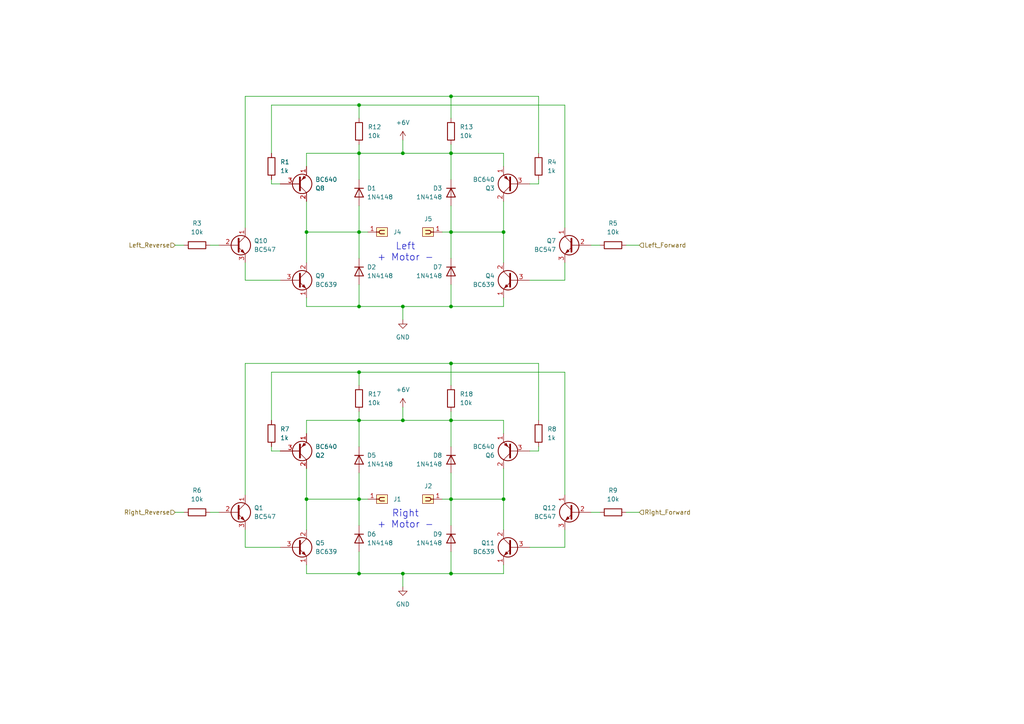
<source format=kicad_sch>
(kicad_sch (version 20231120) (generator "eeschema") (generator_version "8.0")
  (paper "A4")
  (title_block (date "2025-04-05"))
  (lib_symbols
    (symbol "Device:R" (pin_numbers hide) (pin_names (offset 0))
      (property "Reference" "R" (at 2.032 0 90))
      (property "Value" "R" (at 0 0 90))
      (symbol "R_0_1"
        (rectangle (start -1.016 -2.54) (end 1.016 2.54) (stroke (width 0.254)))
      )
      (symbol "R_1_1"
        (pin passive line (at 0 3.81 270) (length 1.27) (name "~") (number "1"))
        (pin passive line (at 0 -3.81 90) (length 1.27) (name "~") (number "2"))
      )
    )
    (symbol "Diode:1N4148" (pin_numbers hide) (pin_names hide)
      (property "Reference" "D" (at 0 2.54 0))
      (property "Value" "1N4148" (at 0 -2.54 0))
      (symbol "1N4148_0_1"
        (polyline (pts (xy -1.27 1.27) (xy -1.27 -1.27)) (stroke (width 0.254)))
        (polyline (pts (xy 1.27 0) (xy -1.27 0)))
        (polyline (pts (xy 1.27 1.27) (xy 1.27 -1.27) (xy -1.27 0) (xy 1.27 1.27)) (stroke (width 0.254)))
      )
      (symbol "1N4148_1_1"
        (pin passive line (at -3.81 0 0) (length 2.54) (name "K") (number "1"))
        (pin passive line (at 3.81 0 180) (length 2.54) (name "A") (number "2"))
      )
    )
    (symbol "PCM_SL_Pin_Headers:PINHD_1x1_Female"
      (property "Reference" "J" (at 0 6.35 0))
      (property "Value" "PINHD_1x1_Female" (at 0 3.81 0))
      (symbol "PINHD_1x1_Female_0_1"
        (rectangle (start -1.27 1.27) (end 1.905 -1.27) (fill (type background)))
        (arc (start -0.508 0) (mid -0.3592 -0.3592) (end 0 -0.508) (stroke (width 0.25)))
        (polyline (pts (xy -1.27 0) (xy -0.508 0)) (stroke (width 0.25)))
        (polyline (pts (xy 0 -0.508) (xy 1.016 -0.508)) (stroke (width 0.25)))
        (polyline (pts (xy 0 0.508) (xy 1.016 0.508)) (stroke (width 0.25)))
        (arc (start 0 0.508) (mid -0.3592 0.3592) (end -0.508 0) (stroke (width 0.25)))
      )
      (symbol "PINHD_1x1_Female_1_1"
        (pin passive line (at -3.81 0 0) (length 2.54) (name "") (number "1"))
      )
    )
    (symbol "Rob:BC639" (pin_names (offset 0) hide)
      (property "Reference" "Q" (at 5.08 1.905 0))
      (property "Value" "BC639" (at 5.08 0 0))
      (symbol "BC639_0_1"
        (polyline (pts (xy 0 0) (xy 0.635 0)))
        (polyline (pts (xy 0.635 0.635) (xy 2.54 2.54)))
        (polyline (pts (xy 0.635 -0.635) (xy 2.54 -2.54) (xy 2.54 -2.54)))
        (polyline (pts (xy 0.635 1.905) (xy 0.635 -1.905) (xy 0.635 -1.905)) (stroke (width 0.508)))
        (polyline (pts (xy 1.27 -1.778) (xy 1.778 -1.27) (xy 2.286 -2.286) (xy 1.27 -1.778) (xy 1.27 -1.778)) (fill (type outline)))
        (circle (center 1.27 0) (radius 2.8194) (stroke (width 0.254)))
      )
      (symbol "BC639_1_1"
        (pin passive line (at 2.54 -5.08 90) (length 2.54) (name "E") (number "1"))
        (pin passive line (at 2.54 5.08 270) (length 2.54) (name "C") (number "2"))
        (pin input line (at -5.08 0 0) (length 5.08) (name "B") (number "3"))
      )
    )
    (symbol "Rob:BC640" (pin_names (offset 0) hide)
      (property "Reference" "Q" (at 5.08 1.905 0))
      (property "Value" "BC640" (at 5.08 0 0))
      (symbol "BC640_0_1"
        (polyline (pts (xy 0.635 0.635) (xy 2.54 2.54)))
        (polyline (pts (xy 0.635 -0.635) (xy 2.54 -2.54) (xy 2.54 -2.54)))
        (polyline (pts (xy 0.635 1.905) (xy 0.635 -1.905) (xy 0.635 -1.905)) (stroke (width 0.508)))
        (polyline (pts (xy 2.286 -1.778) (xy 1.778 -2.286) (xy 1.27 -1.27) (xy 2.286 -1.778) (xy 2.286 -1.778)) (fill (type outline)))
        (circle (center 1.27 0) (radius 2.8194) (stroke (width 0.254)))
      )
      (symbol "BC640_1_1"
        (pin passive line (at 2.54 -5.08 90) (length 2.54) (name "E") (number "1"))
        (pin passive line (at 2.54 5.08 270) (length 2.54) (name "C") (number "2"))
        (pin input line (at -5.08 0 0) (length 5.715) (name "B") (number "3"))
      )
    )
    (symbol "Transistor_BJT:BC547" (pin_names (offset 0) hide)
      (property "Reference" "Q" (at 5.08 1.905 0))
      (property "Value" "BC547" (at 5.08 0 0))
      (symbol "BC547_0_1"
        (polyline (pts (xy 0 0) (xy 0.635 0)))
        (polyline (pts (xy 0.635 0.635) (xy 2.54 2.54)))
        (polyline (pts (xy 0.635 -0.635) (xy 2.54 -2.54) (xy 2.54 -2.54)))
        (polyline (pts (xy 0.635 1.905) (xy 0.635 -1.905) (xy 0.635 -1.905)) (stroke (width 0.508)))
        (polyline (pts (xy 1.27 -1.778) (xy 1.778 -1.27) (xy 2.286 -2.286) (xy 1.27 -1.778) (xy 1.27 -1.778)) (fill (type outline)))
        (circle (center 1.27 0) (radius 2.8194) (stroke (width 0.254)))
      )
      (symbol "BC547_1_1"
        (pin passive line (at 2.54 5.08 270) (length 2.54) (name "C") (number "1"))
        (pin input line (at -5.08 0 0) (length 5.08) (name "B") (number "2"))
        (pin passive line (at 2.54 -5.08 90) (length 2.54) (name "E") (number "3"))
      )
    )
    (symbol "power:+5V" (power) (pin_numbers hide) (pin_names (offset 0) hide)
      (property "Value" "+5V" (at 0 3.556 0))
      (symbol "+5V_0_1"
        (polyline (pts (xy -0.762 1.27) (xy 0 2.54)))
        (polyline (pts (xy 0 0) (xy 0 2.54)))
        (polyline (pts (xy 0 2.54) (xy 0.762 1.27)))
      )
      (symbol "+5V_1_1"
        (pin power_in line (at 0 0 90) (length 0) (name "~") (number "1"))
      )
    )
    (symbol "power:GND" (power) (pin_numbers hide) (pin_names (offset 0) hide)
      (property "Value" "GND" (at 0 -3.81 0))
      (symbol "GND_0_1"
        (polyline (pts (xy 0 0) (xy 0 -1.27) (xy 1.27 -1.27) (xy 0 -2.54) (xy -1.27 -1.27) (xy 0 -1.27)))
      )
      (symbol "GND_1_1"
        (pin power_in line (at 0 0 270) (length 0) (name "~") (number "1"))
      )
    )
  )
  (junction (at 104.14 166.37))
  (junction (at 104.14 144.78))
  (junction (at 88.9 67.31))
  (junction (at 104.14 67.31))
  (junction (at 104.14 44.45))
  (junction (at 88.9 144.78))
  (junction (at 104.14 30.48))
  (junction (at 130.81 121.92))
  (junction (at 130.81 27.94))
  (junction (at 104.14 107.95))
  (junction (at 116.84 44.45))
  (junction (at 130.81 88.9))
  (junction (at 130.81 44.45))
  (junction (at 116.84 166.37))
  (junction (at 104.14 88.9))
  (junction (at 130.81 67.31))
  (junction (at 130.81 144.78))
  (junction (at 146.05 67.31))
  (junction (at 146.05 144.78))
  (junction (at 104.14 121.92))
  (junction (at 130.81 105.41))
  (junction (at 116.84 121.92))
  (junction (at 130.81 166.37))
  (junction (at 116.84 88.9))
  (wire (pts (xy 163.83 76.2) (xy 163.83 81.28)))
  (wire (pts (xy 88.9 88.9) (xy 104.14 88.9)))
  (wire (pts (xy 104.14 67.31) (xy 104.14 74.93)))
  (wire (pts (xy 71.12 158.75) (xy 81.28 158.75)))
  (wire (pts (xy 88.9 48.26) (xy 88.9 44.45)))
  (wire (pts (xy 104.14 137.16) (xy 104.14 144.78)))
  (wire (pts (xy 130.81 67.31) (xy 128.27 67.31)))
  (wire (pts (xy 88.9 67.31) (xy 88.9 76.2)))
  (wire (pts (xy 130.81 160.02) (xy 130.81 166.37)))
  (wire (pts (xy 71.12 158.75) (xy 71.12 153.67)))
  (wire (pts (xy 116.84 166.37) (xy 116.84 170.18)))
  (wire (pts (xy 163.83 153.67) (xy 163.83 158.75)))
  (wire (pts (xy 71.12 81.28) (xy 71.12 76.2)))
  (wire (pts (xy 81.28 130.81) (xy 78.74 130.81)))
  (wire (pts (xy 130.81 82.55) (xy 130.81 88.9)))
  (wire (pts (xy 163.83 143.51) (xy 163.83 107.95)))
  (wire (pts (xy 71.12 81.28) (xy 81.28 81.28)))
  (wire (pts (xy 88.9 121.92) (xy 104.14 121.92)))
  (wire (pts (xy 104.14 82.55) (xy 104.14 88.9)))
  (wire (pts (xy 50.8 148.59) (xy 53.34 148.59)))
  (wire (pts (xy 104.14 144.78) (xy 104.14 152.4)))
  (wire (pts (xy 130.81 41.91) (xy 130.81 44.45)))
  (wire (pts (xy 171.45 71.12) (xy 173.99 71.12)))
  (wire (pts (xy 104.14 41.91) (xy 104.14 44.45)))
  (wire (pts (xy 104.14 67.31) (xy 106.68 67.31)))
  (wire (pts (xy 130.81 27.94) (xy 156.21 27.94)))
  (wire (pts (xy 130.81 44.45) (xy 146.05 44.45)))
  (wire (pts (xy 81.28 53.34) (xy 78.74 53.34)))
  (wire (pts (xy 146.05 58.42) (xy 146.05 67.31)))
  (wire (pts (xy 88.9 144.78) (xy 88.9 153.67)))
  (wire (pts (xy 104.14 121.92) (xy 116.84 121.92)))
  (wire (pts (xy 116.84 121.92) (xy 130.81 121.92)))
  (wire (pts (xy 78.74 30.48) (xy 78.74 44.45)))
  (wire (pts (xy 104.14 30.48) (xy 78.74 30.48)))
  (wire (pts (xy 116.84 118.11) (xy 116.84 121.92)))
  (wire (pts (xy 130.81 88.9) (xy 146.05 88.9)))
  (wire (pts (xy 104.14 121.92) (xy 104.14 129.54)))
  (wire (pts (xy 130.81 121.92) (xy 146.05 121.92)))
  (wire (pts (xy 130.81 59.69) (xy 130.81 67.31)))
  (wire (pts (xy 104.14 44.45) (xy 104.14 52.07)))
  (wire (pts (xy 78.74 107.95) (xy 78.74 121.92)))
  (wire (pts (xy 104.14 107.95) (xy 78.74 107.95)))
  (wire (pts (xy 146.05 144.78) (xy 130.81 144.78)))
  (wire (pts (xy 88.9 58.42) (xy 88.9 67.31)))
  (wire (pts (xy 116.84 88.9) (xy 116.84 92.71)))
  (wire (pts (xy 104.14 44.45) (xy 116.84 44.45)))
  (wire (pts (xy 130.81 67.31) (xy 130.81 74.93)))
  (wire (pts (xy 163.83 81.28) (xy 153.67 81.28)))
  (wire (pts (xy 60.96 148.59) (xy 63.5 148.59)))
  (wire (pts (xy 104.14 88.9) (xy 116.84 88.9)))
  (wire (pts (xy 71.12 143.51) (xy 71.12 105.41)))
  (wire (pts (xy 163.83 66.04) (xy 163.83 30.48)))
  (wire (pts (xy 163.83 158.75) (xy 153.67 158.75)))
  (wire (pts (xy 78.74 130.81) (xy 78.74 129.54)))
  (wire (pts (xy 88.9 163.83) (xy 88.9 166.37)))
  (wire (pts (xy 71.12 27.94) (xy 130.81 27.94)))
  (wire (pts (xy 146.05 67.31) (xy 146.05 76.2)))
  (wire (pts (xy 171.45 148.59) (xy 173.99 148.59)))
  (wire (pts (xy 50.8 71.12) (xy 53.34 71.12)))
  (wire (pts (xy 104.14 166.37) (xy 116.84 166.37)))
  (wire (pts (xy 163.83 107.95) (xy 104.14 107.95)))
  (wire (pts (xy 104.14 107.95) (xy 104.14 111.76)))
  (wire (pts (xy 116.84 40.64) (xy 116.84 44.45)))
  (wire (pts (xy 130.81 27.94) (xy 130.81 34.29)))
  (wire (pts (xy 88.9 125.73) (xy 88.9 121.92)))
  (wire (pts (xy 104.14 119.38) (xy 104.14 121.92)))
  (wire (pts (xy 146.05 135.89) (xy 146.05 144.78)))
  (wire (pts (xy 153.67 130.81) (xy 156.21 130.81)))
  (wire (pts (xy 88.9 86.36) (xy 88.9 88.9)))
  (wire (pts (xy 146.05 86.36) (xy 146.05 88.9)))
  (wire (pts (xy 71.12 105.41) (xy 130.81 105.41)))
  (wire (pts (xy 130.81 105.41) (xy 130.81 111.76)))
  (wire (pts (xy 146.05 67.31) (xy 130.81 67.31)))
  (wire (pts (xy 116.84 44.45) (xy 130.81 44.45)))
  (wire (pts (xy 104.14 30.48) (xy 104.14 34.29)))
  (wire (pts (xy 130.81 137.16) (xy 130.81 144.78)))
  (wire (pts (xy 104.14 160.02) (xy 104.14 166.37)))
  (wire (pts (xy 71.12 66.04) (xy 71.12 27.94)))
  (wire (pts (xy 116.84 166.37) (xy 130.81 166.37)))
  (wire (pts (xy 156.21 130.81) (xy 156.21 129.54)))
  (wire (pts (xy 60.96 71.12) (xy 63.5 71.12)))
  (wire (pts (xy 146.05 144.78) (xy 146.05 153.67)))
  (wire (pts (xy 130.81 144.78) (xy 130.81 152.4)))
  (wire (pts (xy 146.05 44.45) (xy 146.05 48.26)))
  (wire (pts (xy 130.81 144.78) (xy 128.27 144.78)))
  (wire (pts (xy 181.61 148.59) (xy 185.42 148.59)))
  (wire (pts (xy 163.83 30.48) (xy 104.14 30.48)))
  (wire (pts (xy 104.14 59.69) (xy 104.14 67.31)))
  (wire (pts (xy 153.67 53.34) (xy 156.21 53.34)))
  (wire (pts (xy 88.9 166.37) (xy 104.14 166.37)))
  (wire (pts (xy 88.9 144.78) (xy 104.14 144.78)))
  (wire (pts (xy 181.61 71.12) (xy 185.42 71.12)))
  (wire (pts (xy 146.05 163.83) (xy 146.05 166.37)))
  (wire (pts (xy 130.81 52.07) (xy 130.81 44.45)))
  (wire (pts (xy 88.9 44.45) (xy 104.14 44.45)))
  (wire (pts (xy 104.14 144.78) (xy 106.68 144.78)))
  (wire (pts (xy 88.9 135.89) (xy 88.9 144.78)))
  (wire (pts (xy 116.84 88.9) (xy 130.81 88.9)))
  (wire (pts (xy 78.74 53.34) (xy 78.74 52.07)))
  (wire (pts (xy 130.81 119.38) (xy 130.81 121.92)))
  (wire (pts (xy 156.21 105.41) (xy 156.21 121.92)))
  (wire (pts (xy 88.9 67.31) (xy 104.14 67.31)))
  (wire (pts (xy 130.81 166.37) (xy 146.05 166.37)))
  (wire (pts (xy 156.21 27.94) (xy 156.21 44.45)))
  (wire (pts (xy 146.05 121.92) (xy 146.05 125.73)))
  (wire (pts (xy 130.81 129.54) (xy 130.81 121.92)))
  (wire (pts (xy 156.21 53.34) (xy 156.21 52.07)))
  (wire (pts (xy 130.81 105.41) (xy 156.21 105.41)))
  (text "Left\n+ Motor -" (at 117.602 73.152 0) (effects (font (size 2 2))))
  (text "Right\n+ Motor -" (at 117.602 150.622 0) (effects (font (size 2 2))))
  (hierarchical_label "Left_Forward" (shape input) (at 185.42 71.12 0))
  (hierarchical_label "Right_Forward" (shape input) (at 185.42 148.59 0))
  (hierarchical_label "Left_Reverse" (shape input) (at 50.8 71.12 180))
  (hierarchical_label "Right_Reverse" (shape input) (at 50.8 148.59 180))
  (symbol (lib_id "Rob:BC640") (at 148.59 130.81 180) (unit 1)
    (property "Reference" "Q6" (at 143.51 132.0801 0) (effects (justify left)))
    (property "Value" "BC640" (at 143.51 129.5401 0) (effects (justify left)))
    (property "Footprint" "Package_TO_SOT_THT:TO-92_Inline" (effects (hide yes)))
    (property "Datasheet" "https://www.onsemi.com/pub/Collateral/BC556BTA-D.pdf" (effects (hide yes)))
    (property "Description" "1A Ic, 45V Vce, PNP Switching Transistor, TO-92" (effects (hide yes)))
  )
  (symbol (lib_id "Device:R") (at 78.74 48.26 180) (unit 1)
    (property "Reference" "R1" (at 81.28 46.9899 0) (effects (justify right)))
    (property "Value" "1k" (at 81.28 49.5299 0) (effects (justify right)))
    (property "Description" "Resistor" (effects (hide yes)))
  )
  (symbol (lib_id "power:+5V") (at 116.84 118.11 0) (unit 1)
    (property "Reference" "#PWR05" (effects (hide yes)))
    (property "Value" "+6V" (at 116.84 113.03 0))
    (property "Description" "Power symbol creates a global label with name \"+5V\"" (effects (hide yes)))
  )
  (symbol (lib_id "PCM_SL_Pin_Headers:PINHD_1x1_Female") (at 124.46 67.31 0) (mirror y) (unit 1)
    (property "Reference" "J5" (at 124.205 63.5 0))
    (property "Value" "PINHD_1x1_Female" (effects (hide yes)))
    (property "Footprint" "Connector_PinSocket_2.54mm:PinSocket_1x01_P2.54mm_Vertical" (effects (hide yes)))
    (property "Description" "Pin Header female with pin space 2.54mm. Pin Count -1" (effects (hide yes)))
  )
  (symbol (lib_id "PCM_SL_Pin_Headers:PINHD_1x1_Female") (at 124.46 144.78 0) (mirror y) (unit 1)
    (property "Reference" "J2" (at 124.205 140.97 0))
    (property "Value" "PINHD_1x1_Female" (effects (hide yes)))
    (property "Footprint" "Connector_PinSocket_2.54mm:PinSocket_1x01_P2.54mm_Vertical" (effects (hide yes)))
    (property "Description" "Pin Header female with pin space 2.54mm. Pin Count -1" (effects (hide yes)))
  )
  (symbol (lib_id "Diode:1N4148") (at 130.81 78.74 90) (mirror x) (unit 1)
    (property "Reference" "D7" (at 128.27 77.4699 90) (effects (justify left)))
    (property "Value" "1N4148" (at 128.27 80.0099 90) (effects (justify left)))
    (property "Footprint" "Diode_THT:D_DO-35_SOD27_P7.62mm_Horizontal" (effects (hide yes)))
    (property "Datasheet" "https://assets.nexperia.com/documents/data-sheet/1N4148_1N4448.pdf" (effects (hide yes)))
    (property "Description" "100V 0.15A standard switching diode, DO-35" (effects (hide yes)))
    (property "Sim.Device" "D" (effects (hide yes)))
    (property "Sim.Pins" "1=K 2=A" (effects (hide yes)))
  )
  (symbol (lib_id "Transistor_BJT:BC547") (at 68.58 71.12 0) (unit 1)
    (property "Reference" "Q10" (at 73.66 69.8499 0) (effects (justify left)))
    (property "Value" "BC547" (at 73.66 72.3899 0) (effects (justify left)))
    (property "Footprint" "Package_TO_SOT_THT:TO-92_Inline" (effects (hide yes)))
    (property "Datasheet" "https://www.onsemi.com/pub/Collateral/BC550-D.pdf" (effects (hide yes)))
    (property "Description" "0.1A Ic, 45V Vce, Small Signal NPN Transistor, TO-92" (effects (hide yes)))
  )
  (symbol (lib_id "Rob:BC639") (at 86.36 158.75 0) (unit 1)
    (property "Reference" "Q5" (at 91.44 157.4799 0) (effects (justify left)))
    (property "Value" "BC639" (at 91.44 160.0199 0) (effects (justify left)))
    (property "Footprint" "Package_TO_SOT_THT:TO-92_Inline" (effects (hide yes)))
    (property "Datasheet" "https://www.onsemi.com/pub/Collateral/BC550-D.pdf" (effects (hide yes)))
    (property "Description" "1A Ic, 45V Vce, Small Signal NPN Transistor, TO-92" (effects (hide yes)))
  )
  (symbol (lib_id "Transistor_BJT:BC547") (at 166.37 71.12 0) (mirror y) (unit 1)
    (property "Reference" "Q7" (at 161.29 69.8499 0) (effects (justify left)))
    (property "Value" "BC547" (at 161.29 72.3899 0) (effects (justify left)))
    (property "Footprint" "Package_TO_SOT_THT:TO-92_Inline" (effects (hide yes)))
    (property "Datasheet" "https://www.onsemi.com/pub/Collateral/BC550-D.pdf" (effects (hide yes)))
    (property "Description" "0.1A Ic, 45V Vce, Small Signal NPN Transistor, TO-92" (effects (hide yes)))
  )
  (symbol (lib_id "Rob:BC639") (at 86.36 81.28 0) (unit 1)
    (property "Reference" "Q9" (at 91.44 80.0099 0) (effects (justify left)))
    (property "Value" "BC639" (at 91.44 82.5499 0) (effects (justify left)))
    (property "Footprint" "Package_TO_SOT_THT:TO-92_Inline" (effects (hide yes)))
    (property "Datasheet" "https://www.onsemi.com/pub/Collateral/BC550-D.pdf" (effects (hide yes)))
    (property "Description" "1A Ic, 45V Vce, Small Signal NPN Transistor, TO-92" (effects (hide yes)))
  )
  (symbol (lib_id "Device:R") (at 57.15 148.59 90) (unit 1)
    (property "Reference" "R6" (at 57.15 142.24 90))
    (property "Value" "10k" (at 57.15 144.78 90))
    (property "Description" "Resistor" (effects (hide yes)))
  )
  (symbol (lib_id "Diode:1N4148") (at 104.14 156.21 270) (unit 1)
    (property "Reference" "D6" (at 106.426 154.9399 90) (effects (justify left)))
    (property "Value" "1N4148" (at 106.426 157.4799 90) (effects (justify left)))
    (property "Footprint" "Diode_THT:D_DO-35_SOD27_P7.62mm_Horizontal" (effects (hide yes)))
    (property "Datasheet" "https://assets.nexperia.com/documents/data-sheet/1N4148_1N4448.pdf" (effects (hide yes)))
    (property "Description" "100V 0.15A standard switching diode, DO-35" (effects (hide yes)))
    (property "Sim.Device" "D" (effects (hide yes)))
    (property "Sim.Pins" "1=K 2=A" (effects (hide yes)))
  )
  (symbol (lib_id "PCM_SL_Pin_Headers:PINHD_1x1_Female") (at 110.49 144.78 0) (unit 1)
    (property "Reference" "J1" (at 114.046 144.7799 0) (effects (justify left)))
    (property "Value" "PINHD_1x1_Female" (effects (hide yes)))
    (property "Footprint" "Connector_PinSocket_2.54mm:PinSocket_1x01_P2.54mm_Vertical" (effects (hide yes)))
    (property "Description" "Pin Header female with pin space 2.54mm. Pin Count -1" (effects (hide yes)))
  )
  (symbol (lib_id "Diode:1N4148") (at 130.81 55.88 90) (mirror x) (unit 1)
    (property "Reference" "D3" (at 128.27 54.6099 90) (effects (justify left)))
    (property "Value" "1N4148" (at 128.27 57.1499 90) (effects (justify left)))
    (property "Footprint" "Diode_THT:D_DO-35_SOD27_P7.62mm_Horizontal" (effects (hide yes)))
    (property "Datasheet" "https://assets.nexperia.com/documents/data-sheet/1N4148_1N4448.pdf" (effects (hide yes)))
    (property "Description" "100V 0.15A standard switching diode, DO-35" (effects (hide yes)))
    (property "Sim.Device" "D" (effects (hide yes)))
    (property "Sim.Pins" "1=K 2=A" (effects (hide yes)))
  )
  (symbol (lib_id "Rob:BC640") (at 148.59 53.34 180) (unit 1)
    (property "Reference" "Q3" (at 143.51 54.6101 0) (effects (justify left)))
    (property "Value" "BC640" (at 143.51 52.0701 0) (effects (justify left)))
    (property "Footprint" "Package_TO_SOT_THT:TO-92_Inline" (effects (hide yes)))
    (property "Datasheet" "https://www.onsemi.com/pub/Collateral/BC556BTA-D.pdf" (effects (hide yes)))
    (property "Description" "1A Ic, 45V Vce, PNP Switching Transistor, TO-92" (effects (hide yes)))
  )
  (symbol (lib_id "Device:R") (at 78.74 125.73 180) (unit 1)
    (property "Reference" "R7" (at 81.28 124.4599 0) (effects (justify right)))
    (property "Value" "1k" (at 81.28 126.9999 0) (effects (justify right)))
    (property "Description" "Resistor" (effects (hide yes)))
  )
  (symbol (lib_id "Rob:BC639") (at 148.59 158.75 0) (mirror y) (unit 1)
    (property "Reference" "Q11" (at 143.51 157.4799 0) (effects (justify left)))
    (property "Value" "BC639" (at 143.51 160.0199 0) (effects (justify left)))
    (property "Footprint" "Package_TO_SOT_THT:TO-92_Inline" (effects (hide yes)))
    (property "Datasheet" "https://www.onsemi.com/pub/Collateral/BC550-D.pdf" (effects (hide yes)))
    (property "Description" "1A Ic, 45V Vce, Small Signal NPN Transistor, TO-92" (effects (hide yes)))
  )
  (symbol (lib_id "power:GND") (at 116.84 92.71 0) (unit 1)
    (property "Reference" "#PWR07" (effects (hide yes)))
    (property "Value" "GND" (at 116.84 97.79 0))
    (property "Description" "Power symbol creates a global label with name \"GND\" , ground" (effects (hide yes)))
  )
  (symbol (lib_id "Device:R") (at 177.8 148.59 270) (mirror x) (unit 1)
    (property "Reference" "R9" (at 177.8 142.24 90))
    (property "Value" "10k" (at 177.8 144.78 90))
    (property "Description" "Resistor" (effects (hide yes)))
  )
  (symbol (lib_id "Rob:BC640") (at 86.36 130.81 0) (mirror x) (unit 1)
    (property "Reference" "Q2" (at 91.44 132.0801 0) (effects (justify left)))
    (property "Value" "BC640" (at 91.44 129.5401 0) (effects (justify left)))
    (property "Footprint" "Package_TO_SOT_THT:TO-92_Inline" (effects (hide yes)))
    (property "Datasheet" "https://www.onsemi.com/pub/Collateral/BC556BTA-D.pdf" (effects (hide yes)))
    (property "Description" "1A Ic, 45V Vce, PNP Switching Transistor, TO-92" (effects (hide yes)))
  )
  (symbol (lib_id "Device:R") (at 177.8 71.12 270) (mirror x) (unit 1)
    (property "Reference" "R5" (at 177.8 64.77 90))
    (property "Value" "10k" (at 177.8 67.31 90))
    (property "Description" "Resistor" (effects (hide yes)))
  )
  (symbol (lib_id "Diode:1N4148") (at 130.81 156.21 90) (mirror x) (unit 1)
    (property "Reference" "D9" (at 128.27 154.9399 90) (effects (justify left)))
    (property "Value" "1N4148" (at 128.27 157.4799 90) (effects (justify left)))
    (property "Footprint" "Diode_THT:D_DO-35_SOD27_P7.62mm_Horizontal" (effects (hide yes)))
    (property "Datasheet" "https://assets.nexperia.com/documents/data-sheet/1N4148_1N4448.pdf" (effects (hide yes)))
    (property "Description" "100V 0.15A standard switching diode, DO-35" (effects (hide yes)))
    (property "Sim.Device" "D" (effects (hide yes)))
    (property "Sim.Pins" "1=K 2=A" (effects (hide yes)))
  )
  (symbol (lib_id "power:GND") (at 116.84 170.18 0) (unit 1)
    (property "Reference" "#PWR06" (effects (hide yes)))
    (property "Value" "GND" (at 116.84 175.26 0))
    (property "Description" "Power symbol creates a global label with name \"GND\" , ground" (effects (hide yes)))
  )
  (symbol (lib_id "Device:R") (at 57.15 71.12 90) (unit 1)
    (property "Reference" "R3" (at 57.15 64.77 90))
    (property "Value" "10k" (at 57.15 67.31 90))
    (property "Description" "Resistor" (effects (hide yes)))
  )
  (symbol (lib_id "Device:R") (at 104.14 38.1 0) (mirror y) (unit 1)
    (property "Reference" "R12" (at 106.68 36.8299 0) (effects (justify right)))
    (property "Value" "10k" (at 106.68 39.3699 0) (effects (justify right)))
    (property "Description" "Resistor" (effects (hide yes)))
  )
  (symbol (lib_id "Diode:1N4148") (at 104.14 55.88 270) (unit 1)
    (property "Reference" "D1" (at 106.426 54.6099 90) (effects (justify left)))
    (property "Value" "1N4148" (at 106.426 57.1499 90) (effects (justify left)))
    (property "Footprint" "Diode_THT:D_DO-35_SOD27_P7.62mm_Horizontal" (effects (hide yes)))
    (property "Datasheet" "https://assets.nexperia.com/documents/data-sheet/1N4148_1N4448.pdf" (effects (hide yes)))
    (property "Description" "100V 0.15A standard switching diode, DO-35" (effects (hide yes)))
    (property "Sim.Device" "D" (effects (hide yes)))
    (property "Sim.Pins" "1=K 2=A" (effects (hide yes)))
  )
  (symbol (lib_id "Device:R") (at 130.81 115.57 0) (mirror y) (unit 1)
    (property "Reference" "R18" (at 133.35 114.2999 0) (effects (justify right)))
    (property "Value" "10k" (at 133.35 116.8399 0) (effects (justify right)))
    (property "Description" "Resistor" (effects (hide yes)))
  )
  (symbol (lib_id "Device:R") (at 156.21 125.73 0) (mirror y) (unit 1)
    (property "Reference" "R8" (at 158.75 124.4599 0) (effects (justify right)))
    (property "Value" "1k" (at 158.75 126.9999 0) (effects (justify right)))
    (property "Description" "Resistor" (effects (hide yes)))
  )
  (symbol (lib_id "Transistor_BJT:BC547") (at 166.37 148.59 0) (mirror y) (unit 1)
    (property "Reference" "Q12" (at 161.29 147.3199 0) (effects (justify left)))
    (property "Value" "BC547" (at 161.29 149.8599 0) (effects (justify left)))
    (property "Footprint" "Package_TO_SOT_THT:TO-92_Inline" (effects (hide yes)))
    (property "Datasheet" "https://www.onsemi.com/pub/Collateral/BC550-D.pdf" (effects (hide yes)))
    (property "Description" "0.1A Ic, 45V Vce, Small Signal NPN Transistor, TO-92" (effects (hide yes)))
  )
  (symbol (lib_id "Device:R") (at 130.81 38.1 0) (mirror y) (unit 1)
    (property "Reference" "R13" (at 133.35 36.8299 0) (effects (justify right)))
    (property "Value" "10k" (at 133.35 39.3699 0) (effects (justify right)))
    (property "Description" "Resistor" (effects (hide yes)))
  )
  (symbol (lib_id "Transistor_BJT:BC547") (at 68.58 148.59 0) (unit 1)
    (property "Reference" "Q1" (at 73.66 147.3199 0) (effects (justify left)))
    (property "Value" "BC547" (at 73.66 149.8599 0) (effects (justify left)))
    (property "Footprint" "Package_TO_SOT_THT:TO-92_Inline" (effects (hide yes)))
    (property "Datasheet" "https://www.onsemi.com/pub/Collateral/BC550-D.pdf" (effects (hide yes)))
    (property "Description" "0.1A Ic, 45V Vce, Small Signal NPN Transistor, TO-92" (effects (hide yes)))
  )
  (symbol (lib_id "Rob:BC640") (at 86.36 53.34 0) (mirror x) (unit 1)
    (property "Reference" "Q8" (at 91.44 54.6101 0) (effects (justify left)))
    (property "Value" "BC640" (at 91.44 52.0701 0) (effects (justify left)))
    (property "Footprint" "Package_TO_SOT_THT:TO-92_Inline" (effects (hide yes)))
    (property "Datasheet" "https://www.onsemi.com/pub/Collateral/BC556BTA-D.pdf" (effects (hide yes)))
    (property "Description" "1A Ic, 45V Vce, PNP Switching Transistor, TO-92" (effects (hide yes)))
  )
  (symbol (lib_id "Device:R") (at 156.21 48.26 0) (mirror y) (unit 1)
    (property "Reference" "R4" (at 158.75 46.9899 0) (effects (justify right)))
    (property "Value" "1k" (at 158.75 49.5299 0) (effects (justify right)))
    (property "Description" "Resistor" (effects (hide yes)))
  )
  (symbol (lib_id "Device:R") (at 104.14 115.57 0) (mirror y) (unit 1)
    (property "Reference" "R17" (at 106.68 114.2999 0) (effects (justify right)))
    (property "Value" "10k" (at 106.68 116.8399 0) (effects (justify right)))
    (property "Description" "Resistor" (effects (hide yes)))
  )
  (symbol (lib_id "Diode:1N4148") (at 104.14 78.74 270) (unit 1)
    (property "Reference" "D2" (at 106.426 77.4699 90) (effects (justify left)))
    (property "Value" "1N4148" (at 106.426 80.0099 90) (effects (justify left)))
    (property "Footprint" "Diode_THT:D_DO-35_SOD27_P7.62mm_Horizontal" (effects (hide yes)))
    (property "Datasheet" "https://assets.nexperia.com/documents/data-sheet/1N4148_1N4448.pdf" (effects (hide yes)))
    (property "Description" "100V 0.15A standard switching diode, DO-35" (effects (hide yes)))
    (property "Sim.Device" "D" (effects (hide yes)))
    (property "Sim.Pins" "1=K 2=A" (effects (hide yes)))
  )
  (symbol (lib_id "Diode:1N4148") (at 104.14 133.35 270) (unit 1)
    (property "Reference" "D5" (at 106.426 132.0799 90) (effects (justify left)))
    (property "Value" "1N4148" (at 106.426 134.6199 90) (effects (justify left)))
    (property "Footprint" "Diode_THT:D_DO-35_SOD27_P7.62mm_Horizontal" (effects (hide yes)))
    (property "Datasheet" "https://assets.nexperia.com/documents/data-sheet/1N4148_1N4448.pdf" (effects (hide yes)))
    (property "Description" "100V 0.15A standard switching diode, DO-35" (effects (hide yes)))
    (property "Sim.Device" "D" (effects (hide yes)))
    (property "Sim.Pins" "1=K 2=A" (effects (hide yes)))
  )
  (symbol (lib_id "Rob:BC639") (at 148.59 81.28 0) (mirror y) (unit 1)
    (property "Reference" "Q4" (at 143.51 80.0099 0) (effects (justify left)))
    (property "Value" "BC639" (at 143.51 82.5499 0) (effects (justify left)))
    (property "Footprint" "Package_TO_SOT_THT:TO-92_Inline" (effects (hide yes)))
    (property "Datasheet" "https://www.onsemi.com/pub/Collateral/BC550-D.pdf" (effects (hide yes)))
    (property "Description" "1A Ic, 45V Vce, Small Signal NPN Transistor, TO-92" (effects (hide yes)))
  )
  (symbol (lib_id "power:+5V") (at 116.84 40.64 0) (unit 1)
    (property "Reference" "#PWR04" (effects (hide yes)))
    (property "Value" "+6V" (at 116.84 35.56 0))
    (property "Description" "Power symbol creates a global label with name \"+5V\"" (effects (hide yes)))
  )
  (symbol (lib_id "PCM_SL_Pin_Headers:PINHD_1x1_Female") (at 110.49 67.31 0) (unit 1)
    (property "Reference" "J4" (at 114.046 67.3099 0) (effects (justify left)))
    (property "Value" "PINHD_1x1_Female" (effects (hide yes)))
    (property "Footprint" "Connector_PinSocket_2.54mm:PinSocket_1x01_P2.54mm_Vertical" (effects (hide yes)))
    (property "Description" "Pin Header female with pin space 2.54mm. Pin Count -1" (effects (hide yes)))
  )
  (symbol (lib_id "Diode:1N4148") (at 130.81 133.35 90) (mirror x) (unit 1)
    (property "Reference" "D8" (at 128.27 132.0799 90) (effects (justify left)))
    (property "Value" "1N4148" (at 128.27 134.6199 90) (effects (justify left)))
    (property "Footprint" "Diode_THT:D_DO-35_SOD27_P7.62mm_Horizontal" (effects (hide yes)))
    (property "Datasheet" "https://assets.nexperia.com/documents/data-sheet/1N4148_1N4448.pdf" (effects (hide yes)))
    (property "Description" "100V 0.15A standard switching diode, DO-35" (effects (hide yes)))
    (property "Sim.Device" "D" (effects (hide yes)))
    (property "Sim.Pins" "1=K 2=A" (effects (hide yes)))
  )
)
</source>
